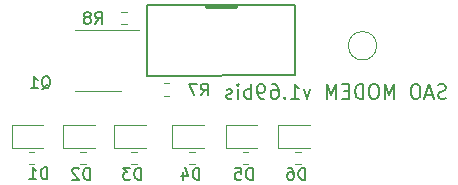
<source format=gbr>
%TF.GenerationSoftware,KiCad,Pcbnew,(6.0.5)*%
%TF.CreationDate,2022-07-13T10:20:42-06:00*%
%TF.ProjectId,modem,6d6f6465-6d2e-46b6-9963-61645f706362,rev?*%
%TF.SameCoordinates,Original*%
%TF.FileFunction,Legend,Bot*%
%TF.FilePolarity,Positive*%
%FSLAX46Y46*%
G04 Gerber Fmt 4.6, Leading zero omitted, Abs format (unit mm)*
G04 Created by KiCad (PCBNEW (6.0.5)) date 2022-07-13 10:20:42*
%MOMM*%
%LPD*%
G01*
G04 APERTURE LIST*
%ADD10C,0.200000*%
%ADD11C,0.150000*%
%ADD12C,0.120000*%
%ADD13C,0.300000*%
G04 APERTURE END LIST*
D10*
X170774285Y-58105714D02*
X170602857Y-58162857D01*
X170317142Y-58162857D01*
X170202857Y-58105714D01*
X170145714Y-58048571D01*
X170088571Y-57934285D01*
X170088571Y-57820000D01*
X170145714Y-57705714D01*
X170202857Y-57648571D01*
X170317142Y-57591428D01*
X170545714Y-57534285D01*
X170660000Y-57477142D01*
X170717142Y-57420000D01*
X170774285Y-57305714D01*
X170774285Y-57191428D01*
X170717142Y-57077142D01*
X170660000Y-57020000D01*
X170545714Y-56962857D01*
X170260000Y-56962857D01*
X170088571Y-57020000D01*
X169631428Y-57820000D02*
X169060000Y-57820000D01*
X169745714Y-58162857D02*
X169345714Y-56962857D01*
X168945714Y-58162857D01*
X168317142Y-56962857D02*
X168088571Y-56962857D01*
X167974285Y-57020000D01*
X167860000Y-57134285D01*
X167802857Y-57362857D01*
X167802857Y-57762857D01*
X167860000Y-57991428D01*
X167974285Y-58105714D01*
X168088571Y-58162857D01*
X168317142Y-58162857D01*
X168431428Y-58105714D01*
X168545714Y-57991428D01*
X168602857Y-57762857D01*
X168602857Y-57362857D01*
X168545714Y-57134285D01*
X168431428Y-57020000D01*
X168317142Y-56962857D01*
X166374285Y-58162857D02*
X166374285Y-56962857D01*
X165974285Y-57820000D01*
X165574285Y-56962857D01*
X165574285Y-58162857D01*
X164774285Y-56962857D02*
X164545714Y-56962857D01*
X164431428Y-57020000D01*
X164317142Y-57134285D01*
X164260000Y-57362857D01*
X164260000Y-57762857D01*
X164317142Y-57991428D01*
X164431428Y-58105714D01*
X164545714Y-58162857D01*
X164774285Y-58162857D01*
X164888571Y-58105714D01*
X165002857Y-57991428D01*
X165060000Y-57762857D01*
X165060000Y-57362857D01*
X165002857Y-57134285D01*
X164888571Y-57020000D01*
X164774285Y-56962857D01*
X163745714Y-58162857D02*
X163745714Y-56962857D01*
X163460000Y-56962857D01*
X163288571Y-57020000D01*
X163174285Y-57134285D01*
X163117142Y-57248571D01*
X163060000Y-57477142D01*
X163060000Y-57648571D01*
X163117142Y-57877142D01*
X163174285Y-57991428D01*
X163288571Y-58105714D01*
X163460000Y-58162857D01*
X163745714Y-58162857D01*
X162545714Y-57534285D02*
X162145714Y-57534285D01*
X161974285Y-58162857D02*
X162545714Y-58162857D01*
X162545714Y-56962857D01*
X161974285Y-56962857D01*
X161460000Y-58162857D02*
X161460000Y-56962857D01*
X161060000Y-57820000D01*
X160660000Y-56962857D01*
X160660000Y-58162857D01*
X159288571Y-57362857D02*
X159002857Y-58162857D01*
X158717142Y-57362857D01*
X157631428Y-58162857D02*
X158317142Y-58162857D01*
X157974285Y-58162857D02*
X157974285Y-56962857D01*
X158088571Y-57134285D01*
X158202857Y-57248571D01*
X158317142Y-57305714D01*
X157117142Y-58048571D02*
X157060000Y-58105714D01*
X157117142Y-58162857D01*
X157174285Y-58105714D01*
X157117142Y-58048571D01*
X157117142Y-58162857D01*
X156031428Y-56962857D02*
X156260000Y-56962857D01*
X156374285Y-57020000D01*
X156431428Y-57077142D01*
X156545714Y-57248571D01*
X156602857Y-57477142D01*
X156602857Y-57934285D01*
X156545714Y-58048571D01*
X156488571Y-58105714D01*
X156374285Y-58162857D01*
X156145714Y-58162857D01*
X156031428Y-58105714D01*
X155974285Y-58048571D01*
X155917142Y-57934285D01*
X155917142Y-57648571D01*
X155974285Y-57534285D01*
X156031428Y-57477142D01*
X156145714Y-57420000D01*
X156374285Y-57420000D01*
X156488571Y-57477142D01*
X156545714Y-57534285D01*
X156602857Y-57648571D01*
X155345714Y-58162857D02*
X155117142Y-58162857D01*
X155002857Y-58105714D01*
X154945714Y-58048571D01*
X154831428Y-57877142D01*
X154774285Y-57648571D01*
X154774285Y-57191428D01*
X154831428Y-57077142D01*
X154888571Y-57020000D01*
X155002857Y-56962857D01*
X155231428Y-56962857D01*
X155345714Y-57020000D01*
X155402857Y-57077142D01*
X155460000Y-57191428D01*
X155460000Y-57477142D01*
X155402857Y-57591428D01*
X155345714Y-57648571D01*
X155231428Y-57705714D01*
X155002857Y-57705714D01*
X154888571Y-57648571D01*
X154831428Y-57591428D01*
X154774285Y-57477142D01*
X154260000Y-58162857D02*
X154260000Y-56962857D01*
X154260000Y-57420000D02*
X154145714Y-57362857D01*
X153917142Y-57362857D01*
X153802857Y-57420000D01*
X153745714Y-57477142D01*
X153688571Y-57591428D01*
X153688571Y-57934285D01*
X153745714Y-58048571D01*
X153802857Y-58105714D01*
X153917142Y-58162857D01*
X154145714Y-58162857D01*
X154260000Y-58105714D01*
X153174285Y-58162857D02*
X153174285Y-57362857D01*
X153174285Y-56962857D02*
X153231428Y-57020000D01*
X153174285Y-57077142D01*
X153117142Y-57020000D01*
X153174285Y-56962857D01*
X153174285Y-57077142D01*
X152660000Y-58105714D02*
X152545714Y-58162857D01*
X152317142Y-58162857D01*
X152202857Y-58105714D01*
X152145714Y-57991428D01*
X152145714Y-57934285D01*
X152202857Y-57820000D01*
X152317142Y-57762857D01*
X152488571Y-57762857D01*
X152602857Y-57705714D01*
X152660000Y-57591428D01*
X152660000Y-57534285D01*
X152602857Y-57420000D01*
X152488571Y-57362857D01*
X152317142Y-57362857D01*
X152202857Y-57420000D01*
D11*
X145480000Y-56230000D02*
X145480000Y-50235000D01*
X157970000Y-56210000D02*
X145480000Y-56230000D01*
X157970000Y-50225000D02*
X157970000Y-56210000D01*
X145480000Y-50235000D02*
X157970000Y-50225000D01*
%TO.C,Q1*%
X136525238Y-57377619D02*
X136620476Y-57330000D01*
X136715714Y-57234761D01*
X136858571Y-57091904D01*
X136953809Y-57044285D01*
X137049047Y-57044285D01*
X137001428Y-57282380D02*
X137096666Y-57234761D01*
X137191904Y-57139523D01*
X137239523Y-56949047D01*
X137239523Y-56615714D01*
X137191904Y-56425238D01*
X137096666Y-56330000D01*
X137001428Y-56282380D01*
X136810952Y-56282380D01*
X136715714Y-56330000D01*
X136620476Y-56425238D01*
X136572857Y-56615714D01*
X136572857Y-56949047D01*
X136620476Y-57139523D01*
X136715714Y-57234761D01*
X136810952Y-57282380D01*
X137001428Y-57282380D01*
X135620476Y-57282380D02*
X136191904Y-57282380D01*
X135906190Y-57282380D02*
X135906190Y-56282380D01*
X136001428Y-56425238D01*
X136096666Y-56520476D01*
X136191904Y-56568095D01*
%TO.C,D6*%
X158848095Y-65032380D02*
X158848095Y-64032380D01*
X158610000Y-64032380D01*
X158467142Y-64080000D01*
X158371904Y-64175238D01*
X158324285Y-64270476D01*
X158276666Y-64460952D01*
X158276666Y-64603809D01*
X158324285Y-64794285D01*
X158371904Y-64889523D01*
X158467142Y-64984761D01*
X158610000Y-65032380D01*
X158848095Y-65032380D01*
X157419523Y-64032380D02*
X157610000Y-64032380D01*
X157705238Y-64080000D01*
X157752857Y-64127619D01*
X157848095Y-64270476D01*
X157895714Y-64460952D01*
X157895714Y-64841904D01*
X157848095Y-64937142D01*
X157800476Y-64984761D01*
X157705238Y-65032380D01*
X157514761Y-65032380D01*
X157419523Y-64984761D01*
X157371904Y-64937142D01*
X157324285Y-64841904D01*
X157324285Y-64603809D01*
X157371904Y-64508571D01*
X157419523Y-64460952D01*
X157514761Y-64413333D01*
X157705238Y-64413333D01*
X157800476Y-64460952D01*
X157848095Y-64508571D01*
X157895714Y-64603809D01*
%TO.C,D5*%
X154398095Y-65032380D02*
X154398095Y-64032380D01*
X154160000Y-64032380D01*
X154017142Y-64080000D01*
X153921904Y-64175238D01*
X153874285Y-64270476D01*
X153826666Y-64460952D01*
X153826666Y-64603809D01*
X153874285Y-64794285D01*
X153921904Y-64889523D01*
X154017142Y-64984761D01*
X154160000Y-65032380D01*
X154398095Y-65032380D01*
X152921904Y-64032380D02*
X153398095Y-64032380D01*
X153445714Y-64508571D01*
X153398095Y-64460952D01*
X153302857Y-64413333D01*
X153064761Y-64413333D01*
X152969523Y-64460952D01*
X152921904Y-64508571D01*
X152874285Y-64603809D01*
X152874285Y-64841904D01*
X152921904Y-64937142D01*
X152969523Y-64984761D01*
X153064761Y-65032380D01*
X153302857Y-65032380D01*
X153398095Y-64984761D01*
X153445714Y-64937142D01*
%TO.C,D4*%
X149898095Y-65032380D02*
X149898095Y-64032380D01*
X149660000Y-64032380D01*
X149517142Y-64080000D01*
X149421904Y-64175238D01*
X149374285Y-64270476D01*
X149326666Y-64460952D01*
X149326666Y-64603809D01*
X149374285Y-64794285D01*
X149421904Y-64889523D01*
X149517142Y-64984761D01*
X149660000Y-65032380D01*
X149898095Y-65032380D01*
X148469523Y-64365714D02*
X148469523Y-65032380D01*
X148707619Y-63984761D02*
X148945714Y-64699047D01*
X148326666Y-64699047D01*
%TO.C,D3*%
X144958095Y-65032380D02*
X144958095Y-64032380D01*
X144720000Y-64032380D01*
X144577142Y-64080000D01*
X144481904Y-64175238D01*
X144434285Y-64270476D01*
X144386666Y-64460952D01*
X144386666Y-64603809D01*
X144434285Y-64794285D01*
X144481904Y-64889523D01*
X144577142Y-64984761D01*
X144720000Y-65032380D01*
X144958095Y-65032380D01*
X144053333Y-64032380D02*
X143434285Y-64032380D01*
X143767619Y-64413333D01*
X143624761Y-64413333D01*
X143529523Y-64460952D01*
X143481904Y-64508571D01*
X143434285Y-64603809D01*
X143434285Y-64841904D01*
X143481904Y-64937142D01*
X143529523Y-64984761D01*
X143624761Y-65032380D01*
X143910476Y-65032380D01*
X144005714Y-64984761D01*
X144053333Y-64937142D01*
%TO.C,D2*%
X140628095Y-65032380D02*
X140628095Y-64032380D01*
X140390000Y-64032380D01*
X140247142Y-64080000D01*
X140151904Y-64175238D01*
X140104285Y-64270476D01*
X140056666Y-64460952D01*
X140056666Y-64603809D01*
X140104285Y-64794285D01*
X140151904Y-64889523D01*
X140247142Y-64984761D01*
X140390000Y-65032380D01*
X140628095Y-65032380D01*
X139675714Y-64127619D02*
X139628095Y-64080000D01*
X139532857Y-64032380D01*
X139294761Y-64032380D01*
X139199523Y-64080000D01*
X139151904Y-64127619D01*
X139104285Y-64222857D01*
X139104285Y-64318095D01*
X139151904Y-64460952D01*
X139723333Y-65032380D01*
X139104285Y-65032380D01*
%TO.C,D1*%
X137018095Y-64992380D02*
X137018095Y-63992380D01*
X136780000Y-63992380D01*
X136637142Y-64040000D01*
X136541904Y-64135238D01*
X136494285Y-64230476D01*
X136446666Y-64420952D01*
X136446666Y-64563809D01*
X136494285Y-64754285D01*
X136541904Y-64849523D01*
X136637142Y-64944761D01*
X136780000Y-64992380D01*
X137018095Y-64992380D01*
X135494285Y-64992380D02*
X136065714Y-64992380D01*
X135780000Y-64992380D02*
X135780000Y-63992380D01*
X135875238Y-64135238D01*
X135970476Y-64230476D01*
X136065714Y-64278095D01*
%TO.C,R7*%
X150016666Y-57892380D02*
X150350000Y-57416190D01*
X150588095Y-57892380D02*
X150588095Y-56892380D01*
X150207142Y-56892380D01*
X150111904Y-56940000D01*
X150064285Y-56987619D01*
X150016666Y-57082857D01*
X150016666Y-57225714D01*
X150064285Y-57320952D01*
X150111904Y-57368571D01*
X150207142Y-57416190D01*
X150588095Y-57416190D01*
X149683333Y-56892380D02*
X149016666Y-56892380D01*
X149445238Y-57892380D01*
%TO.C,R8*%
X141066666Y-51852380D02*
X141400000Y-51376190D01*
X141638095Y-51852380D02*
X141638095Y-50852380D01*
X141257142Y-50852380D01*
X141161904Y-50900000D01*
X141114285Y-50947619D01*
X141066666Y-51042857D01*
X141066666Y-51185714D01*
X141114285Y-51280952D01*
X141161904Y-51328571D01*
X141257142Y-51376190D01*
X141638095Y-51376190D01*
X140495238Y-51280952D02*
X140590476Y-51233333D01*
X140638095Y-51185714D01*
X140685714Y-51090476D01*
X140685714Y-51042857D01*
X140638095Y-50947619D01*
X140590476Y-50900000D01*
X140495238Y-50852380D01*
X140304761Y-50852380D01*
X140209523Y-50900000D01*
X140161904Y-50947619D01*
X140114285Y-51042857D01*
X140114285Y-51090476D01*
X140161904Y-51185714D01*
X140209523Y-51233333D01*
X140304761Y-51280952D01*
X140495238Y-51280952D01*
X140590476Y-51328571D01*
X140638095Y-51376190D01*
X140685714Y-51471428D01*
X140685714Y-51661904D01*
X140638095Y-51757142D01*
X140590476Y-51804761D01*
X140495238Y-51852380D01*
X140304761Y-51852380D01*
X140209523Y-51804761D01*
X140161904Y-51757142D01*
X140114285Y-51661904D01*
X140114285Y-51471428D01*
X140161904Y-51376190D01*
X140209523Y-51328571D01*
X140304761Y-51280952D01*
D12*
%TO.C,Q1*%
X141300000Y-52390000D02*
X139350000Y-52390000D01*
X141300000Y-57510000D02*
X139350000Y-57510000D01*
X141300000Y-52390000D02*
X144750000Y-52390000D01*
X141300000Y-57510000D02*
X143250000Y-57510000D01*
%TO.C,D6*%
X156555000Y-60440000D02*
X159240000Y-60440000D01*
X156555000Y-62360000D02*
X156555000Y-60440000D01*
X159240000Y-62360000D02*
X156555000Y-62360000D01*
%TO.C,D5*%
X152105000Y-60440000D02*
X154790000Y-60440000D01*
X152105000Y-62360000D02*
X152105000Y-60440000D01*
X154790000Y-62360000D02*
X152105000Y-62360000D01*
%TO.C,D4*%
X147605000Y-60440000D02*
X150290000Y-60440000D01*
X147605000Y-62360000D02*
X147605000Y-60440000D01*
X150290000Y-62360000D02*
X147605000Y-62360000D01*
%TO.C,D3*%
X142665000Y-60440000D02*
X145350000Y-60440000D01*
X142665000Y-62360000D02*
X142665000Y-60440000D01*
X145350000Y-62360000D02*
X142665000Y-62360000D01*
%TO.C,D2*%
X138335000Y-60440000D02*
X141020000Y-60440000D01*
X138335000Y-62360000D02*
X138335000Y-60440000D01*
X141020000Y-62360000D02*
X138335000Y-62360000D01*
%TO.C,D1*%
X133995000Y-60440000D02*
X136680000Y-60440000D01*
X133995000Y-62360000D02*
X133995000Y-60440000D01*
X136680000Y-62360000D02*
X133995000Y-62360000D01*
D13*
%TO.C,X1*%
X150500000Y-50390000D02*
X153000000Y-50390000D01*
D12*
%TO.C,R2*%
X139782742Y-62657500D02*
X140257258Y-62657500D01*
X139782742Y-63702500D02*
X140257258Y-63702500D01*
%TO.C,TP1*%
X164900000Y-53690000D02*
G75*
G03*
X164900000Y-53690000I-1200000J0D01*
G01*
%TO.C,R4*%
X149052742Y-62657500D02*
X149527258Y-62657500D01*
X149052742Y-63702500D02*
X149527258Y-63702500D01*
%TO.C,R7*%
X147337258Y-57912500D02*
X146862742Y-57912500D01*
X147337258Y-56867500D02*
X146862742Y-56867500D01*
%TO.C,R3*%
X144112742Y-62657500D02*
X144587258Y-62657500D01*
X144112742Y-63702500D02*
X144587258Y-63702500D01*
%TO.C,R5*%
X153552742Y-62657500D02*
X154027258Y-62657500D01*
X153552742Y-63702500D02*
X154027258Y-63702500D01*
%TO.C,R8*%
X143747258Y-51842500D02*
X143272742Y-51842500D01*
X143747258Y-50797500D02*
X143272742Y-50797500D01*
%TO.C,R1*%
X135442742Y-63702500D02*
X135917258Y-63702500D01*
X135442742Y-62657500D02*
X135917258Y-62657500D01*
%TO.C,R6*%
X158002742Y-63702500D02*
X158477258Y-63702500D01*
X158002742Y-62657500D02*
X158477258Y-62657500D01*
%TD*%
M02*

</source>
